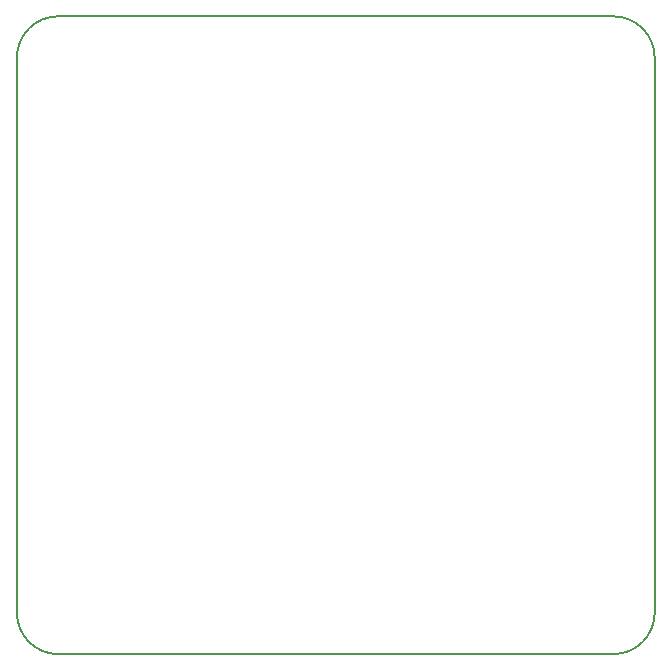
<source format=gm1>
G04 #@! TF.GenerationSoftware,KiCad,Pcbnew,9.0.0*
G04 #@! TF.CreationDate,2025-04-17T11:42:56-07:00*
G04 #@! TF.ProjectId,Teensy_Telemetry_Compact,5465656e-7379-45f5-9465-6c656d657472,rev?*
G04 #@! TF.SameCoordinates,Original*
G04 #@! TF.FileFunction,Profile,NP*
%FSLAX46Y46*%
G04 Gerber Fmt 4.6, Leading zero omitted, Abs format (unit mm)*
G04 Created by KiCad (PCBNEW 9.0.0) date 2025-04-17 11:42:56*
%MOMM*%
%LPD*%
G01*
G04 APERTURE LIST*
G04 #@! TA.AperFunction,Profile*
%ADD10C,0.150000*%
G04 #@! TD*
G04 APERTURE END LIST*
D10*
X129500000Y-138500000D02*
X82500000Y-138500000D01*
X79000000Y-88000000D02*
G75*
G02*
X82500000Y-84500000I3500000J0D01*
G01*
X79000000Y-135000000D02*
X79000000Y-88000000D01*
X133000000Y-135000000D02*
G75*
G02*
X129500000Y-138500000I-3500000J0D01*
G01*
X129500000Y-84500000D02*
G75*
G02*
X133000000Y-88000000I0J-3500000D01*
G01*
X82500000Y-138500000D02*
G75*
G02*
X79000000Y-135000000I0J3500000D01*
G01*
X82500000Y-84500000D02*
X129500000Y-84500000D01*
X133000000Y-88000000D02*
X133000000Y-135000000D01*
M02*

</source>
